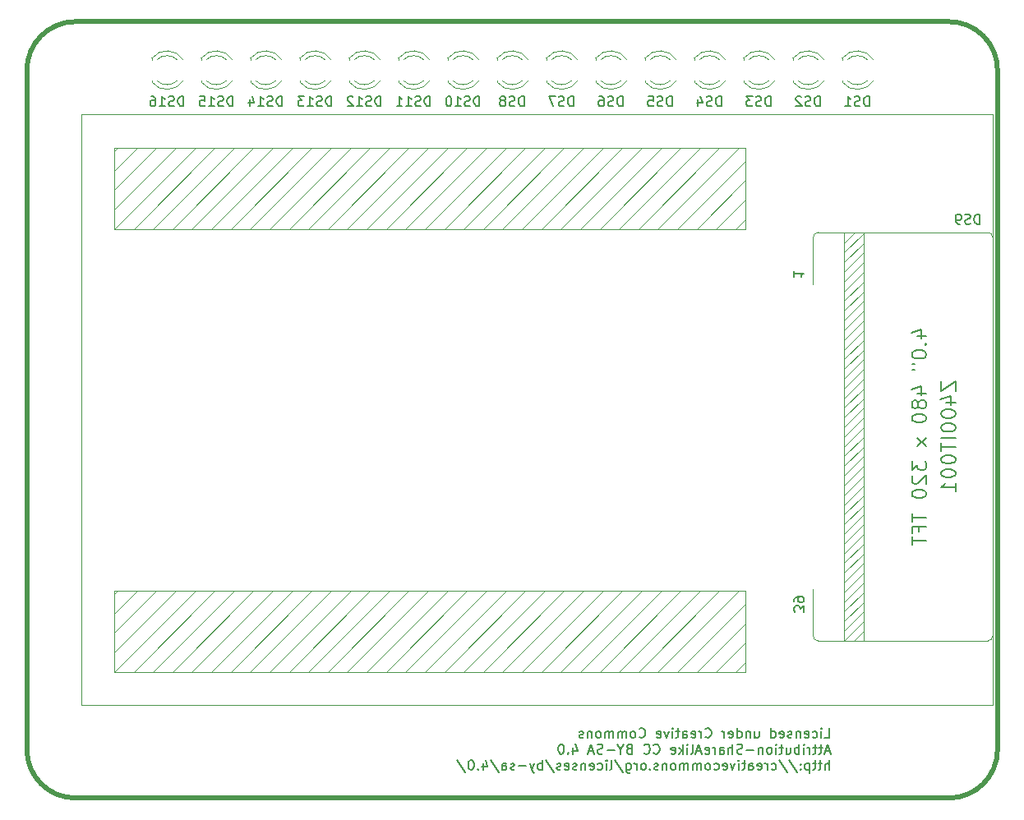
<source format=gbr>
G04 #@! TF.GenerationSoftware,KiCad,Pcbnew,(5.1.8)-1*
G04 #@! TF.CreationDate,2021-02-11T17:25:07-06:00*
G04 #@! TF.ProjectId,CANDash 2,43414e44-6173-4682-9032-2e6b69636164,2A*
G04 #@! TF.SameCoordinates,Original*
G04 #@! TF.FileFunction,Legend,Bot*
G04 #@! TF.FilePolarity,Positive*
%FSLAX46Y46*%
G04 Gerber Fmt 4.6, Leading zero omitted, Abs format (unit mm)*
G04 Created by KiCad (PCBNEW (5.1.8)-1) date 2021-02-11 17:25:07*
%MOMM*%
%LPD*%
G01*
G04 APERTURE LIST*
%ADD10C,0.150000*%
G04 #@! TA.AperFunction,Profile*
%ADD11C,0.508000*%
G04 #@! TD*
%ADD12C,0.120000*%
%ADD13C,0.152400*%
G04 APERTURE END LIST*
D10*
X182188214Y-138802380D02*
X182664404Y-138802380D01*
X182664404Y-137802380D01*
X181854880Y-138802380D02*
X181854880Y-138135714D01*
X181854880Y-137802380D02*
X181902500Y-137850000D01*
X181854880Y-137897619D01*
X181807261Y-137850000D01*
X181854880Y-137802380D01*
X181854880Y-137897619D01*
X180950119Y-138754761D02*
X181045357Y-138802380D01*
X181235833Y-138802380D01*
X181331071Y-138754761D01*
X181378690Y-138707142D01*
X181426309Y-138611904D01*
X181426309Y-138326190D01*
X181378690Y-138230952D01*
X181331071Y-138183333D01*
X181235833Y-138135714D01*
X181045357Y-138135714D01*
X180950119Y-138183333D01*
X180140595Y-138754761D02*
X180235833Y-138802380D01*
X180426309Y-138802380D01*
X180521547Y-138754761D01*
X180569166Y-138659523D01*
X180569166Y-138278571D01*
X180521547Y-138183333D01*
X180426309Y-138135714D01*
X180235833Y-138135714D01*
X180140595Y-138183333D01*
X180092976Y-138278571D01*
X180092976Y-138373809D01*
X180569166Y-138469047D01*
X179664404Y-138135714D02*
X179664404Y-138802380D01*
X179664404Y-138230952D02*
X179616785Y-138183333D01*
X179521547Y-138135714D01*
X179378690Y-138135714D01*
X179283452Y-138183333D01*
X179235833Y-138278571D01*
X179235833Y-138802380D01*
X178807261Y-138754761D02*
X178712023Y-138802380D01*
X178521547Y-138802380D01*
X178426309Y-138754761D01*
X178378690Y-138659523D01*
X178378690Y-138611904D01*
X178426309Y-138516666D01*
X178521547Y-138469047D01*
X178664404Y-138469047D01*
X178759642Y-138421428D01*
X178807261Y-138326190D01*
X178807261Y-138278571D01*
X178759642Y-138183333D01*
X178664404Y-138135714D01*
X178521547Y-138135714D01*
X178426309Y-138183333D01*
X177569166Y-138754761D02*
X177664404Y-138802380D01*
X177854880Y-138802380D01*
X177950119Y-138754761D01*
X177997738Y-138659523D01*
X177997738Y-138278571D01*
X177950119Y-138183333D01*
X177854880Y-138135714D01*
X177664404Y-138135714D01*
X177569166Y-138183333D01*
X177521547Y-138278571D01*
X177521547Y-138373809D01*
X177997738Y-138469047D01*
X176664404Y-138802380D02*
X176664404Y-137802380D01*
X176664404Y-138754761D02*
X176759642Y-138802380D01*
X176950119Y-138802380D01*
X177045357Y-138754761D01*
X177092976Y-138707142D01*
X177140595Y-138611904D01*
X177140595Y-138326190D01*
X177092976Y-138230952D01*
X177045357Y-138183333D01*
X176950119Y-138135714D01*
X176759642Y-138135714D01*
X176664404Y-138183333D01*
X174997738Y-138135714D02*
X174997738Y-138802380D01*
X175426309Y-138135714D02*
X175426309Y-138659523D01*
X175378690Y-138754761D01*
X175283452Y-138802380D01*
X175140595Y-138802380D01*
X175045357Y-138754761D01*
X174997738Y-138707142D01*
X174521547Y-138135714D02*
X174521547Y-138802380D01*
X174521547Y-138230952D02*
X174473928Y-138183333D01*
X174378690Y-138135714D01*
X174235833Y-138135714D01*
X174140595Y-138183333D01*
X174092976Y-138278571D01*
X174092976Y-138802380D01*
X173188214Y-138802380D02*
X173188214Y-137802380D01*
X173188214Y-138754761D02*
X173283452Y-138802380D01*
X173473928Y-138802380D01*
X173569166Y-138754761D01*
X173616785Y-138707142D01*
X173664404Y-138611904D01*
X173664404Y-138326190D01*
X173616785Y-138230952D01*
X173569166Y-138183333D01*
X173473928Y-138135714D01*
X173283452Y-138135714D01*
X173188214Y-138183333D01*
X172331071Y-138754761D02*
X172426309Y-138802380D01*
X172616785Y-138802380D01*
X172712023Y-138754761D01*
X172759642Y-138659523D01*
X172759642Y-138278571D01*
X172712023Y-138183333D01*
X172616785Y-138135714D01*
X172426309Y-138135714D01*
X172331071Y-138183333D01*
X172283452Y-138278571D01*
X172283452Y-138373809D01*
X172759642Y-138469047D01*
X171854880Y-138802380D02*
X171854880Y-138135714D01*
X171854880Y-138326190D02*
X171807261Y-138230952D01*
X171759642Y-138183333D01*
X171664404Y-138135714D01*
X171569166Y-138135714D01*
X169902500Y-138707142D02*
X169950119Y-138754761D01*
X170092976Y-138802380D01*
X170188214Y-138802380D01*
X170331071Y-138754761D01*
X170426309Y-138659523D01*
X170473928Y-138564285D01*
X170521547Y-138373809D01*
X170521547Y-138230952D01*
X170473928Y-138040476D01*
X170426309Y-137945238D01*
X170331071Y-137850000D01*
X170188214Y-137802380D01*
X170092976Y-137802380D01*
X169950119Y-137850000D01*
X169902500Y-137897619D01*
X169473928Y-138802380D02*
X169473928Y-138135714D01*
X169473928Y-138326190D02*
X169426309Y-138230952D01*
X169378690Y-138183333D01*
X169283452Y-138135714D01*
X169188214Y-138135714D01*
X168473928Y-138754761D02*
X168569166Y-138802380D01*
X168759642Y-138802380D01*
X168854880Y-138754761D01*
X168902500Y-138659523D01*
X168902500Y-138278571D01*
X168854880Y-138183333D01*
X168759642Y-138135714D01*
X168569166Y-138135714D01*
X168473928Y-138183333D01*
X168426309Y-138278571D01*
X168426309Y-138373809D01*
X168902500Y-138469047D01*
X167569166Y-138802380D02*
X167569166Y-138278571D01*
X167616785Y-138183333D01*
X167712023Y-138135714D01*
X167902500Y-138135714D01*
X167997738Y-138183333D01*
X167569166Y-138754761D02*
X167664404Y-138802380D01*
X167902500Y-138802380D01*
X167997738Y-138754761D01*
X168045357Y-138659523D01*
X168045357Y-138564285D01*
X167997738Y-138469047D01*
X167902500Y-138421428D01*
X167664404Y-138421428D01*
X167569166Y-138373809D01*
X167235833Y-138135714D02*
X166854880Y-138135714D01*
X167092976Y-137802380D02*
X167092976Y-138659523D01*
X167045357Y-138754761D01*
X166950119Y-138802380D01*
X166854880Y-138802380D01*
X166521547Y-138802380D02*
X166521547Y-138135714D01*
X166521547Y-137802380D02*
X166569166Y-137850000D01*
X166521547Y-137897619D01*
X166473928Y-137850000D01*
X166521547Y-137802380D01*
X166521547Y-137897619D01*
X166140595Y-138135714D02*
X165902500Y-138802380D01*
X165664404Y-138135714D01*
X164902500Y-138754761D02*
X164997738Y-138802380D01*
X165188214Y-138802380D01*
X165283452Y-138754761D01*
X165331071Y-138659523D01*
X165331071Y-138278571D01*
X165283452Y-138183333D01*
X165188214Y-138135714D01*
X164997738Y-138135714D01*
X164902500Y-138183333D01*
X164854880Y-138278571D01*
X164854880Y-138373809D01*
X165331071Y-138469047D01*
X163092976Y-138707142D02*
X163140595Y-138754761D01*
X163283452Y-138802380D01*
X163378690Y-138802380D01*
X163521547Y-138754761D01*
X163616785Y-138659523D01*
X163664404Y-138564285D01*
X163712023Y-138373809D01*
X163712023Y-138230952D01*
X163664404Y-138040476D01*
X163616785Y-137945238D01*
X163521547Y-137850000D01*
X163378690Y-137802380D01*
X163283452Y-137802380D01*
X163140595Y-137850000D01*
X163092976Y-137897619D01*
X162521547Y-138802380D02*
X162616785Y-138754761D01*
X162664404Y-138707142D01*
X162712023Y-138611904D01*
X162712023Y-138326190D01*
X162664404Y-138230952D01*
X162616785Y-138183333D01*
X162521547Y-138135714D01*
X162378690Y-138135714D01*
X162283452Y-138183333D01*
X162235833Y-138230952D01*
X162188214Y-138326190D01*
X162188214Y-138611904D01*
X162235833Y-138707142D01*
X162283452Y-138754761D01*
X162378690Y-138802380D01*
X162521547Y-138802380D01*
X161759642Y-138802380D02*
X161759642Y-138135714D01*
X161759642Y-138230952D02*
X161712023Y-138183333D01*
X161616785Y-138135714D01*
X161473928Y-138135714D01*
X161378690Y-138183333D01*
X161331071Y-138278571D01*
X161331071Y-138802380D01*
X161331071Y-138278571D02*
X161283452Y-138183333D01*
X161188214Y-138135714D01*
X161045357Y-138135714D01*
X160950119Y-138183333D01*
X160902500Y-138278571D01*
X160902500Y-138802380D01*
X160426309Y-138802380D02*
X160426309Y-138135714D01*
X160426309Y-138230952D02*
X160378690Y-138183333D01*
X160283452Y-138135714D01*
X160140595Y-138135714D01*
X160045357Y-138183333D01*
X159997738Y-138278571D01*
X159997738Y-138802380D01*
X159997738Y-138278571D02*
X159950119Y-138183333D01*
X159854880Y-138135714D01*
X159712023Y-138135714D01*
X159616785Y-138183333D01*
X159569166Y-138278571D01*
X159569166Y-138802380D01*
X158950119Y-138802380D02*
X159045357Y-138754761D01*
X159092976Y-138707142D01*
X159140595Y-138611904D01*
X159140595Y-138326190D01*
X159092976Y-138230952D01*
X159045357Y-138183333D01*
X158950119Y-138135714D01*
X158807261Y-138135714D01*
X158712023Y-138183333D01*
X158664404Y-138230952D01*
X158616785Y-138326190D01*
X158616785Y-138611904D01*
X158664404Y-138707142D01*
X158712023Y-138754761D01*
X158807261Y-138802380D01*
X158950119Y-138802380D01*
X158188214Y-138135714D02*
X158188214Y-138802380D01*
X158188214Y-138230952D02*
X158140595Y-138183333D01*
X158045357Y-138135714D01*
X157902500Y-138135714D01*
X157807261Y-138183333D01*
X157759642Y-138278571D01*
X157759642Y-138802380D01*
X157331071Y-138754761D02*
X157235833Y-138802380D01*
X157045357Y-138802380D01*
X156950119Y-138754761D01*
X156902500Y-138659523D01*
X156902500Y-138611904D01*
X156950119Y-138516666D01*
X157045357Y-138469047D01*
X157188214Y-138469047D01*
X157283452Y-138421428D01*
X157331071Y-138326190D01*
X157331071Y-138278571D01*
X157283452Y-138183333D01*
X157188214Y-138135714D01*
X157045357Y-138135714D01*
X156950119Y-138183333D01*
X182712023Y-140166666D02*
X182235833Y-140166666D01*
X182807261Y-140452380D02*
X182473928Y-139452380D01*
X182140595Y-140452380D01*
X181950119Y-139785714D02*
X181569166Y-139785714D01*
X181807261Y-139452380D02*
X181807261Y-140309523D01*
X181759642Y-140404761D01*
X181664404Y-140452380D01*
X181569166Y-140452380D01*
X181378690Y-139785714D02*
X180997738Y-139785714D01*
X181235833Y-139452380D02*
X181235833Y-140309523D01*
X181188214Y-140404761D01*
X181092976Y-140452380D01*
X180997738Y-140452380D01*
X180664404Y-140452380D02*
X180664404Y-139785714D01*
X180664404Y-139976190D02*
X180616785Y-139880952D01*
X180569166Y-139833333D01*
X180473928Y-139785714D01*
X180378690Y-139785714D01*
X180045357Y-140452380D02*
X180045357Y-139785714D01*
X180045357Y-139452380D02*
X180092976Y-139500000D01*
X180045357Y-139547619D01*
X179997738Y-139500000D01*
X180045357Y-139452380D01*
X180045357Y-139547619D01*
X179569166Y-140452380D02*
X179569166Y-139452380D01*
X179569166Y-139833333D02*
X179473928Y-139785714D01*
X179283452Y-139785714D01*
X179188214Y-139833333D01*
X179140595Y-139880952D01*
X179092976Y-139976190D01*
X179092976Y-140261904D01*
X179140595Y-140357142D01*
X179188214Y-140404761D01*
X179283452Y-140452380D01*
X179473928Y-140452380D01*
X179569166Y-140404761D01*
X178235833Y-139785714D02*
X178235833Y-140452380D01*
X178664404Y-139785714D02*
X178664404Y-140309523D01*
X178616785Y-140404761D01*
X178521547Y-140452380D01*
X178378690Y-140452380D01*
X178283452Y-140404761D01*
X178235833Y-140357142D01*
X177902500Y-139785714D02*
X177521547Y-139785714D01*
X177759642Y-139452380D02*
X177759642Y-140309523D01*
X177712023Y-140404761D01*
X177616785Y-140452380D01*
X177521547Y-140452380D01*
X177188214Y-140452380D02*
X177188214Y-139785714D01*
X177188214Y-139452380D02*
X177235833Y-139500000D01*
X177188214Y-139547619D01*
X177140595Y-139500000D01*
X177188214Y-139452380D01*
X177188214Y-139547619D01*
X176569166Y-140452380D02*
X176664404Y-140404761D01*
X176712023Y-140357142D01*
X176759642Y-140261904D01*
X176759642Y-139976190D01*
X176712023Y-139880952D01*
X176664404Y-139833333D01*
X176569166Y-139785714D01*
X176426309Y-139785714D01*
X176331071Y-139833333D01*
X176283452Y-139880952D01*
X176235833Y-139976190D01*
X176235833Y-140261904D01*
X176283452Y-140357142D01*
X176331071Y-140404761D01*
X176426309Y-140452380D01*
X176569166Y-140452380D01*
X175807261Y-139785714D02*
X175807261Y-140452380D01*
X175807261Y-139880952D02*
X175759642Y-139833333D01*
X175664404Y-139785714D01*
X175521547Y-139785714D01*
X175426309Y-139833333D01*
X175378690Y-139928571D01*
X175378690Y-140452380D01*
X174902500Y-140071428D02*
X174140595Y-140071428D01*
X173712023Y-140404761D02*
X173569166Y-140452380D01*
X173331071Y-140452380D01*
X173235833Y-140404761D01*
X173188214Y-140357142D01*
X173140595Y-140261904D01*
X173140595Y-140166666D01*
X173188214Y-140071428D01*
X173235833Y-140023809D01*
X173331071Y-139976190D01*
X173521547Y-139928571D01*
X173616785Y-139880952D01*
X173664404Y-139833333D01*
X173712023Y-139738095D01*
X173712023Y-139642857D01*
X173664404Y-139547619D01*
X173616785Y-139500000D01*
X173521547Y-139452380D01*
X173283452Y-139452380D01*
X173140595Y-139500000D01*
X172712023Y-140452380D02*
X172712023Y-139452380D01*
X172283452Y-140452380D02*
X172283452Y-139928571D01*
X172331071Y-139833333D01*
X172426309Y-139785714D01*
X172569166Y-139785714D01*
X172664404Y-139833333D01*
X172712023Y-139880952D01*
X171378690Y-140452380D02*
X171378690Y-139928571D01*
X171426309Y-139833333D01*
X171521547Y-139785714D01*
X171712023Y-139785714D01*
X171807261Y-139833333D01*
X171378690Y-140404761D02*
X171473928Y-140452380D01*
X171712023Y-140452380D01*
X171807261Y-140404761D01*
X171854880Y-140309523D01*
X171854880Y-140214285D01*
X171807261Y-140119047D01*
X171712023Y-140071428D01*
X171473928Y-140071428D01*
X171378690Y-140023809D01*
X170902500Y-140452380D02*
X170902500Y-139785714D01*
X170902500Y-139976190D02*
X170854880Y-139880952D01*
X170807261Y-139833333D01*
X170712023Y-139785714D01*
X170616785Y-139785714D01*
X169902500Y-140404761D02*
X169997738Y-140452380D01*
X170188214Y-140452380D01*
X170283452Y-140404761D01*
X170331071Y-140309523D01*
X170331071Y-139928571D01*
X170283452Y-139833333D01*
X170188214Y-139785714D01*
X169997738Y-139785714D01*
X169902500Y-139833333D01*
X169854880Y-139928571D01*
X169854880Y-140023809D01*
X170331071Y-140119047D01*
X169473928Y-140166666D02*
X168997738Y-140166666D01*
X169569166Y-140452380D02*
X169235833Y-139452380D01*
X168902500Y-140452380D01*
X168426309Y-140452380D02*
X168521547Y-140404761D01*
X168569166Y-140309523D01*
X168569166Y-139452380D01*
X168045357Y-140452380D02*
X168045357Y-139785714D01*
X168045357Y-139452380D02*
X168092976Y-139500000D01*
X168045357Y-139547619D01*
X167997738Y-139500000D01*
X168045357Y-139452380D01*
X168045357Y-139547619D01*
X167569166Y-140452380D02*
X167569166Y-139452380D01*
X167473928Y-140071428D02*
X167188214Y-140452380D01*
X167188214Y-139785714D02*
X167569166Y-140166666D01*
X166378690Y-140404761D02*
X166473928Y-140452380D01*
X166664404Y-140452380D01*
X166759642Y-140404761D01*
X166807261Y-140309523D01*
X166807261Y-139928571D01*
X166759642Y-139833333D01*
X166664404Y-139785714D01*
X166473928Y-139785714D01*
X166378690Y-139833333D01*
X166331071Y-139928571D01*
X166331071Y-140023809D01*
X166807261Y-140119047D01*
X164569166Y-140357142D02*
X164616785Y-140404761D01*
X164759642Y-140452380D01*
X164854880Y-140452380D01*
X164997738Y-140404761D01*
X165092976Y-140309523D01*
X165140595Y-140214285D01*
X165188214Y-140023809D01*
X165188214Y-139880952D01*
X165140595Y-139690476D01*
X165092976Y-139595238D01*
X164997738Y-139500000D01*
X164854880Y-139452380D01*
X164759642Y-139452380D01*
X164616785Y-139500000D01*
X164569166Y-139547619D01*
X163569166Y-140357142D02*
X163616785Y-140404761D01*
X163759642Y-140452380D01*
X163854880Y-140452380D01*
X163997738Y-140404761D01*
X164092976Y-140309523D01*
X164140595Y-140214285D01*
X164188214Y-140023809D01*
X164188214Y-139880952D01*
X164140595Y-139690476D01*
X164092976Y-139595238D01*
X163997738Y-139500000D01*
X163854880Y-139452380D01*
X163759642Y-139452380D01*
X163616785Y-139500000D01*
X163569166Y-139547619D01*
X162045357Y-139928571D02*
X161902500Y-139976190D01*
X161854880Y-140023809D01*
X161807261Y-140119047D01*
X161807261Y-140261904D01*
X161854880Y-140357142D01*
X161902500Y-140404761D01*
X161997738Y-140452380D01*
X162378690Y-140452380D01*
X162378690Y-139452380D01*
X162045357Y-139452380D01*
X161950119Y-139500000D01*
X161902500Y-139547619D01*
X161854880Y-139642857D01*
X161854880Y-139738095D01*
X161902500Y-139833333D01*
X161950119Y-139880952D01*
X162045357Y-139928571D01*
X162378690Y-139928571D01*
X161188214Y-139976190D02*
X161188214Y-140452380D01*
X161521547Y-139452380D02*
X161188214Y-139976190D01*
X160854880Y-139452380D01*
X160521547Y-140071428D02*
X159759642Y-140071428D01*
X159331071Y-140404761D02*
X159188214Y-140452380D01*
X158950119Y-140452380D01*
X158854880Y-140404761D01*
X158807261Y-140357142D01*
X158759642Y-140261904D01*
X158759642Y-140166666D01*
X158807261Y-140071428D01*
X158854880Y-140023809D01*
X158950119Y-139976190D01*
X159140595Y-139928571D01*
X159235833Y-139880952D01*
X159283452Y-139833333D01*
X159331071Y-139738095D01*
X159331071Y-139642857D01*
X159283452Y-139547619D01*
X159235833Y-139500000D01*
X159140595Y-139452380D01*
X158902500Y-139452380D01*
X158759642Y-139500000D01*
X158378690Y-140166666D02*
X157902500Y-140166666D01*
X158473928Y-140452380D02*
X158140595Y-139452380D01*
X157807261Y-140452380D01*
X156283452Y-139785714D02*
X156283452Y-140452380D01*
X156521547Y-139404761D02*
X156759642Y-140119047D01*
X156140595Y-140119047D01*
X155759642Y-140357142D02*
X155712023Y-140404761D01*
X155759642Y-140452380D01*
X155807261Y-140404761D01*
X155759642Y-140357142D01*
X155759642Y-140452380D01*
X155092976Y-139452380D02*
X154997738Y-139452380D01*
X154902500Y-139500000D01*
X154854880Y-139547619D01*
X154807261Y-139642857D01*
X154759642Y-139833333D01*
X154759642Y-140071428D01*
X154807261Y-140261904D01*
X154854880Y-140357142D01*
X154902500Y-140404761D01*
X154997738Y-140452380D01*
X155092976Y-140452380D01*
X155188214Y-140404761D01*
X155235833Y-140357142D01*
X155283452Y-140261904D01*
X155331071Y-140071428D01*
X155331071Y-139833333D01*
X155283452Y-139642857D01*
X155235833Y-139547619D01*
X155188214Y-139500000D01*
X155092976Y-139452380D01*
X182664404Y-142102380D02*
X182664404Y-141102380D01*
X182235833Y-142102380D02*
X182235833Y-141578571D01*
X182283452Y-141483333D01*
X182378690Y-141435714D01*
X182521547Y-141435714D01*
X182616785Y-141483333D01*
X182664404Y-141530952D01*
X181902500Y-141435714D02*
X181521547Y-141435714D01*
X181759642Y-141102380D02*
X181759642Y-141959523D01*
X181712023Y-142054761D01*
X181616785Y-142102380D01*
X181521547Y-142102380D01*
X181331071Y-141435714D02*
X180950119Y-141435714D01*
X181188214Y-141102380D02*
X181188214Y-141959523D01*
X181140595Y-142054761D01*
X181045357Y-142102380D01*
X180950119Y-142102380D01*
X180616785Y-141435714D02*
X180616785Y-142435714D01*
X180616785Y-141483333D02*
X180521547Y-141435714D01*
X180331071Y-141435714D01*
X180235833Y-141483333D01*
X180188214Y-141530952D01*
X180140595Y-141626190D01*
X180140595Y-141911904D01*
X180188214Y-142007142D01*
X180235833Y-142054761D01*
X180331071Y-142102380D01*
X180521547Y-142102380D01*
X180616785Y-142054761D01*
X179712023Y-142007142D02*
X179664404Y-142054761D01*
X179712023Y-142102380D01*
X179759642Y-142054761D01*
X179712023Y-142007142D01*
X179712023Y-142102380D01*
X179712023Y-141483333D02*
X179664404Y-141530952D01*
X179712023Y-141578571D01*
X179759642Y-141530952D01*
X179712023Y-141483333D01*
X179712023Y-141578571D01*
X178521547Y-141054761D02*
X179378690Y-142340476D01*
X177473928Y-141054761D02*
X178331071Y-142340476D01*
X176712023Y-142054761D02*
X176807261Y-142102380D01*
X176997738Y-142102380D01*
X177092976Y-142054761D01*
X177140595Y-142007142D01*
X177188214Y-141911904D01*
X177188214Y-141626190D01*
X177140595Y-141530952D01*
X177092976Y-141483333D01*
X176997738Y-141435714D01*
X176807261Y-141435714D01*
X176712023Y-141483333D01*
X176283452Y-142102380D02*
X176283452Y-141435714D01*
X176283452Y-141626190D02*
X176235833Y-141530952D01*
X176188214Y-141483333D01*
X176092976Y-141435714D01*
X175997738Y-141435714D01*
X175283452Y-142054761D02*
X175378690Y-142102380D01*
X175569166Y-142102380D01*
X175664404Y-142054761D01*
X175712023Y-141959523D01*
X175712023Y-141578571D01*
X175664404Y-141483333D01*
X175569166Y-141435714D01*
X175378690Y-141435714D01*
X175283452Y-141483333D01*
X175235833Y-141578571D01*
X175235833Y-141673809D01*
X175712023Y-141769047D01*
X174378690Y-142102380D02*
X174378690Y-141578571D01*
X174426309Y-141483333D01*
X174521547Y-141435714D01*
X174712023Y-141435714D01*
X174807261Y-141483333D01*
X174378690Y-142054761D02*
X174473928Y-142102380D01*
X174712023Y-142102380D01*
X174807261Y-142054761D01*
X174854880Y-141959523D01*
X174854880Y-141864285D01*
X174807261Y-141769047D01*
X174712023Y-141721428D01*
X174473928Y-141721428D01*
X174378690Y-141673809D01*
X174045357Y-141435714D02*
X173664404Y-141435714D01*
X173902500Y-141102380D02*
X173902500Y-141959523D01*
X173854880Y-142054761D01*
X173759642Y-142102380D01*
X173664404Y-142102380D01*
X173331071Y-142102380D02*
X173331071Y-141435714D01*
X173331071Y-141102380D02*
X173378690Y-141150000D01*
X173331071Y-141197619D01*
X173283452Y-141150000D01*
X173331071Y-141102380D01*
X173331071Y-141197619D01*
X172950119Y-141435714D02*
X172712023Y-142102380D01*
X172473928Y-141435714D01*
X171712023Y-142054761D02*
X171807261Y-142102380D01*
X171997738Y-142102380D01*
X172092976Y-142054761D01*
X172140595Y-141959523D01*
X172140595Y-141578571D01*
X172092976Y-141483333D01*
X171997738Y-141435714D01*
X171807261Y-141435714D01*
X171712023Y-141483333D01*
X171664404Y-141578571D01*
X171664404Y-141673809D01*
X172140595Y-141769047D01*
X170807261Y-142054761D02*
X170902500Y-142102380D01*
X171092976Y-142102380D01*
X171188214Y-142054761D01*
X171235833Y-142007142D01*
X171283452Y-141911904D01*
X171283452Y-141626190D01*
X171235833Y-141530952D01*
X171188214Y-141483333D01*
X171092976Y-141435714D01*
X170902500Y-141435714D01*
X170807261Y-141483333D01*
X170235833Y-142102380D02*
X170331071Y-142054761D01*
X170378690Y-142007142D01*
X170426309Y-141911904D01*
X170426309Y-141626190D01*
X170378690Y-141530952D01*
X170331071Y-141483333D01*
X170235833Y-141435714D01*
X170092976Y-141435714D01*
X169997738Y-141483333D01*
X169950119Y-141530952D01*
X169902500Y-141626190D01*
X169902500Y-141911904D01*
X169950119Y-142007142D01*
X169997738Y-142054761D01*
X170092976Y-142102380D01*
X170235833Y-142102380D01*
X169473928Y-142102380D02*
X169473928Y-141435714D01*
X169473928Y-141530952D02*
X169426309Y-141483333D01*
X169331071Y-141435714D01*
X169188214Y-141435714D01*
X169092976Y-141483333D01*
X169045357Y-141578571D01*
X169045357Y-142102380D01*
X169045357Y-141578571D02*
X168997738Y-141483333D01*
X168902500Y-141435714D01*
X168759642Y-141435714D01*
X168664404Y-141483333D01*
X168616785Y-141578571D01*
X168616785Y-142102380D01*
X168140595Y-142102380D02*
X168140595Y-141435714D01*
X168140595Y-141530952D02*
X168092976Y-141483333D01*
X167997738Y-141435714D01*
X167854880Y-141435714D01*
X167759642Y-141483333D01*
X167712023Y-141578571D01*
X167712023Y-142102380D01*
X167712023Y-141578571D02*
X167664404Y-141483333D01*
X167569166Y-141435714D01*
X167426309Y-141435714D01*
X167331071Y-141483333D01*
X167283452Y-141578571D01*
X167283452Y-142102380D01*
X166664404Y-142102380D02*
X166759642Y-142054761D01*
X166807261Y-142007142D01*
X166854880Y-141911904D01*
X166854880Y-141626190D01*
X166807261Y-141530952D01*
X166759642Y-141483333D01*
X166664404Y-141435714D01*
X166521547Y-141435714D01*
X166426309Y-141483333D01*
X166378690Y-141530952D01*
X166331071Y-141626190D01*
X166331071Y-141911904D01*
X166378690Y-142007142D01*
X166426309Y-142054761D01*
X166521547Y-142102380D01*
X166664404Y-142102380D01*
X165902500Y-141435714D02*
X165902500Y-142102380D01*
X165902500Y-141530952D02*
X165854880Y-141483333D01*
X165759642Y-141435714D01*
X165616785Y-141435714D01*
X165521547Y-141483333D01*
X165473928Y-141578571D01*
X165473928Y-142102380D01*
X165045357Y-142054761D02*
X164950119Y-142102380D01*
X164759642Y-142102380D01*
X164664404Y-142054761D01*
X164616785Y-141959523D01*
X164616785Y-141911904D01*
X164664404Y-141816666D01*
X164759642Y-141769047D01*
X164902500Y-141769047D01*
X164997738Y-141721428D01*
X165045357Y-141626190D01*
X165045357Y-141578571D01*
X164997738Y-141483333D01*
X164902500Y-141435714D01*
X164759642Y-141435714D01*
X164664404Y-141483333D01*
X164188214Y-142007142D02*
X164140595Y-142054761D01*
X164188214Y-142102380D01*
X164235833Y-142054761D01*
X164188214Y-142007142D01*
X164188214Y-142102380D01*
X163569166Y-142102380D02*
X163664404Y-142054761D01*
X163712023Y-142007142D01*
X163759642Y-141911904D01*
X163759642Y-141626190D01*
X163712023Y-141530952D01*
X163664404Y-141483333D01*
X163569166Y-141435714D01*
X163426309Y-141435714D01*
X163331071Y-141483333D01*
X163283452Y-141530952D01*
X163235833Y-141626190D01*
X163235833Y-141911904D01*
X163283452Y-142007142D01*
X163331071Y-142054761D01*
X163426309Y-142102380D01*
X163569166Y-142102380D01*
X162807261Y-142102380D02*
X162807261Y-141435714D01*
X162807261Y-141626190D02*
X162759642Y-141530952D01*
X162712023Y-141483333D01*
X162616785Y-141435714D01*
X162521547Y-141435714D01*
X161759642Y-141435714D02*
X161759642Y-142245238D01*
X161807261Y-142340476D01*
X161854880Y-142388095D01*
X161950119Y-142435714D01*
X162092976Y-142435714D01*
X162188214Y-142388095D01*
X161759642Y-142054761D02*
X161854880Y-142102380D01*
X162045357Y-142102380D01*
X162140595Y-142054761D01*
X162188214Y-142007142D01*
X162235833Y-141911904D01*
X162235833Y-141626190D01*
X162188214Y-141530952D01*
X162140595Y-141483333D01*
X162045357Y-141435714D01*
X161854880Y-141435714D01*
X161759642Y-141483333D01*
X160569166Y-141054761D02*
X161426309Y-142340476D01*
X160092976Y-142102380D02*
X160188214Y-142054761D01*
X160235833Y-141959523D01*
X160235833Y-141102380D01*
X159712023Y-142102380D02*
X159712023Y-141435714D01*
X159712023Y-141102380D02*
X159759642Y-141150000D01*
X159712023Y-141197619D01*
X159664404Y-141150000D01*
X159712023Y-141102380D01*
X159712023Y-141197619D01*
X158807261Y-142054761D02*
X158902500Y-142102380D01*
X159092976Y-142102380D01*
X159188214Y-142054761D01*
X159235833Y-142007142D01*
X159283452Y-141911904D01*
X159283452Y-141626190D01*
X159235833Y-141530952D01*
X159188214Y-141483333D01*
X159092976Y-141435714D01*
X158902500Y-141435714D01*
X158807261Y-141483333D01*
X157997738Y-142054761D02*
X158092976Y-142102380D01*
X158283452Y-142102380D01*
X158378690Y-142054761D01*
X158426309Y-141959523D01*
X158426309Y-141578571D01*
X158378690Y-141483333D01*
X158283452Y-141435714D01*
X158092976Y-141435714D01*
X157997738Y-141483333D01*
X157950119Y-141578571D01*
X157950119Y-141673809D01*
X158426309Y-141769047D01*
X157521547Y-141435714D02*
X157521547Y-142102380D01*
X157521547Y-141530952D02*
X157473928Y-141483333D01*
X157378690Y-141435714D01*
X157235833Y-141435714D01*
X157140595Y-141483333D01*
X157092976Y-141578571D01*
X157092976Y-142102380D01*
X156664404Y-142054761D02*
X156569166Y-142102380D01*
X156378690Y-142102380D01*
X156283452Y-142054761D01*
X156235833Y-141959523D01*
X156235833Y-141911904D01*
X156283452Y-141816666D01*
X156378690Y-141769047D01*
X156521547Y-141769047D01*
X156616785Y-141721428D01*
X156664404Y-141626190D01*
X156664404Y-141578571D01*
X156616785Y-141483333D01*
X156521547Y-141435714D01*
X156378690Y-141435714D01*
X156283452Y-141483333D01*
X155426309Y-142054761D02*
X155521547Y-142102380D01*
X155712023Y-142102380D01*
X155807261Y-142054761D01*
X155854880Y-141959523D01*
X155854880Y-141578571D01*
X155807261Y-141483333D01*
X155712023Y-141435714D01*
X155521547Y-141435714D01*
X155426309Y-141483333D01*
X155378690Y-141578571D01*
X155378690Y-141673809D01*
X155854880Y-141769047D01*
X154997738Y-142054761D02*
X154902500Y-142102380D01*
X154712023Y-142102380D01*
X154616785Y-142054761D01*
X154569166Y-141959523D01*
X154569166Y-141911904D01*
X154616785Y-141816666D01*
X154712023Y-141769047D01*
X154854880Y-141769047D01*
X154950119Y-141721428D01*
X154997738Y-141626190D01*
X154997738Y-141578571D01*
X154950119Y-141483333D01*
X154854880Y-141435714D01*
X154712023Y-141435714D01*
X154616785Y-141483333D01*
X153426309Y-141054761D02*
X154283452Y-142340476D01*
X153092976Y-142102380D02*
X153092976Y-141102380D01*
X153092976Y-141483333D02*
X152997738Y-141435714D01*
X152807261Y-141435714D01*
X152712023Y-141483333D01*
X152664404Y-141530952D01*
X152616785Y-141626190D01*
X152616785Y-141911904D01*
X152664404Y-142007142D01*
X152712023Y-142054761D01*
X152807261Y-142102380D01*
X152997738Y-142102380D01*
X153092976Y-142054761D01*
X152283452Y-141435714D02*
X152045357Y-142102380D01*
X151807261Y-141435714D02*
X152045357Y-142102380D01*
X152140595Y-142340476D01*
X152188214Y-142388095D01*
X152283452Y-142435714D01*
X151426309Y-141721428D02*
X150664404Y-141721428D01*
X150235833Y-142054761D02*
X150140595Y-142102380D01*
X149950119Y-142102380D01*
X149854880Y-142054761D01*
X149807261Y-141959523D01*
X149807261Y-141911904D01*
X149854880Y-141816666D01*
X149950119Y-141769047D01*
X150092976Y-141769047D01*
X150188214Y-141721428D01*
X150235833Y-141626190D01*
X150235833Y-141578571D01*
X150188214Y-141483333D01*
X150092976Y-141435714D01*
X149950119Y-141435714D01*
X149854880Y-141483333D01*
X148950119Y-142102380D02*
X148950119Y-141578571D01*
X148997738Y-141483333D01*
X149092976Y-141435714D01*
X149283452Y-141435714D01*
X149378690Y-141483333D01*
X148950119Y-142054761D02*
X149045357Y-142102380D01*
X149283452Y-142102380D01*
X149378690Y-142054761D01*
X149426309Y-141959523D01*
X149426309Y-141864285D01*
X149378690Y-141769047D01*
X149283452Y-141721428D01*
X149045357Y-141721428D01*
X148950119Y-141673809D01*
X147759642Y-141054761D02*
X148616785Y-142340476D01*
X146997738Y-141435714D02*
X146997738Y-142102380D01*
X147235833Y-141054761D02*
X147473928Y-141769047D01*
X146854880Y-141769047D01*
X146473928Y-142007142D02*
X146426309Y-142054761D01*
X146473928Y-142102380D01*
X146521547Y-142054761D01*
X146473928Y-142007142D01*
X146473928Y-142102380D01*
X145807261Y-141102380D02*
X145712023Y-141102380D01*
X145616785Y-141150000D01*
X145569166Y-141197619D01*
X145521547Y-141292857D01*
X145473928Y-141483333D01*
X145473928Y-141721428D01*
X145521547Y-141911904D01*
X145569166Y-142007142D01*
X145616785Y-142054761D01*
X145712023Y-142102380D01*
X145807261Y-142102380D01*
X145902500Y-142054761D01*
X145950119Y-142007142D01*
X145997738Y-141911904D01*
X146045357Y-141721428D01*
X146045357Y-141483333D01*
X145997738Y-141292857D01*
X145950119Y-141197619D01*
X145902500Y-141150000D01*
X145807261Y-141102380D01*
X144331071Y-141054761D02*
X145188214Y-142340476D01*
D11*
X105000000Y-65000000D02*
X195000000Y-65000000D01*
X200000000Y-70000000D02*
X200000000Y-140000000D01*
X200000000Y-70000000D02*
G75*
G03*
X195000000Y-65000000I-5000000J0D01*
G01*
X100000000Y-70000000D02*
X100000000Y-140000000D01*
X105000000Y-65000000D02*
G75*
G03*
X100000000Y-70000000I0J-5000000D01*
G01*
X195000000Y-145000000D02*
X105000000Y-145000000D01*
X195000000Y-145000000D02*
G75*
G03*
X200000000Y-140000000I0J5000000D01*
G01*
X100000000Y-140000000D02*
G75*
G03*
X105000000Y-145000000I5000000J0D01*
G01*
D12*
X111350000Y-78000000D02*
X109000000Y-80350000D01*
X113350000Y-78000000D02*
X109000000Y-82350000D01*
X115350000Y-78000000D02*
X109000000Y-84350000D01*
X117350000Y-78000000D02*
X109000000Y-86350000D01*
X133350000Y-78000000D02*
X125000000Y-86350000D01*
X137350000Y-78000000D02*
X129000000Y-86350000D01*
X135350000Y-78000000D02*
X127000000Y-86350000D01*
X143350000Y-78000000D02*
X135000000Y-86350000D01*
X139350000Y-78000000D02*
X131000000Y-86350000D01*
X141350000Y-78000000D02*
X133000000Y-86350000D01*
X149350000Y-78000000D02*
X141000000Y-86350000D01*
X145350000Y-78000000D02*
X137000000Y-86350000D01*
X147350000Y-78000000D02*
X139000000Y-86350000D01*
X119350000Y-78000000D02*
X111000000Y-86350000D01*
X125350000Y-78000000D02*
X117000000Y-86350000D01*
X121350000Y-78000000D02*
X113000000Y-86350000D01*
X123350000Y-78000000D02*
X115000000Y-86350000D01*
X129350000Y-78000000D02*
X121000000Y-86350000D01*
X127350000Y-78000000D02*
X119000000Y-86350000D01*
X131350000Y-78000000D02*
X123000000Y-86350000D01*
X161350000Y-78000000D02*
X153000000Y-86350000D01*
X159350000Y-78000000D02*
X151000000Y-86350000D01*
X157350000Y-78000000D02*
X149000000Y-86350000D01*
X165350000Y-78000000D02*
X157000000Y-86350000D01*
X167350000Y-78000000D02*
X159000000Y-86350000D01*
X163350000Y-78000000D02*
X155000000Y-86350000D01*
X169350000Y-78000000D02*
X161000000Y-86350000D01*
X174000000Y-79350000D02*
X167000000Y-86350000D01*
X174000000Y-83350000D02*
X171000000Y-86350000D01*
X173350000Y-78000000D02*
X165000000Y-86350000D01*
X174000000Y-85350000D02*
X173000000Y-86350000D01*
X174000000Y-81350000D02*
X169000000Y-86350000D01*
X171350000Y-78000000D02*
X163000000Y-86350000D01*
X155350000Y-78000000D02*
X147000000Y-86350000D01*
X151350000Y-78000000D02*
X143000000Y-86350000D01*
X109350000Y-78000000D02*
X109000000Y-78350000D01*
X153350000Y-78000000D02*
X145000000Y-86350000D01*
X109350000Y-123650000D02*
X109000000Y-124000000D01*
X111350000Y-123650000D02*
X109000000Y-126000000D01*
X113350000Y-123650000D02*
X109000000Y-128000000D01*
X115350000Y-123650000D02*
X109000000Y-130000000D01*
X117350000Y-123650000D02*
X109000000Y-132000000D01*
X119350000Y-123650000D02*
X111000000Y-132000000D01*
X121350000Y-123650000D02*
X113000000Y-132000000D01*
X125350000Y-123650000D02*
X117000000Y-132000000D01*
X123350000Y-123650000D02*
X115000000Y-132000000D01*
X127350000Y-123650000D02*
X119000000Y-132000000D01*
X131350000Y-123650000D02*
X123000000Y-132000000D01*
X129350000Y-123650000D02*
X121000000Y-132000000D01*
X133350000Y-123650000D02*
X125000000Y-132000000D01*
X137350000Y-123650000D02*
X129000000Y-132000000D01*
X135350000Y-123650000D02*
X127000000Y-132000000D01*
X139350000Y-123650000D02*
X131000000Y-132000000D01*
X143350000Y-123650000D02*
X135000000Y-132000000D01*
X141350000Y-123650000D02*
X133000000Y-132000000D01*
X145350000Y-123650000D02*
X137000000Y-132000000D01*
X149350000Y-123650000D02*
X141000000Y-132000000D01*
X147350000Y-123650000D02*
X139000000Y-132000000D01*
X151350000Y-123650000D02*
X143000000Y-132000000D01*
X155350000Y-123650000D02*
X147000000Y-132000000D01*
X153350000Y-123650000D02*
X145000000Y-132000000D01*
X157350000Y-123650000D02*
X149000000Y-132000000D01*
X161350000Y-123650000D02*
X153000000Y-132000000D01*
X159350000Y-123650000D02*
X151000000Y-132000000D01*
X163350000Y-123650000D02*
X155000000Y-132000000D01*
X167350000Y-123650000D02*
X159000000Y-132000000D01*
X165350000Y-123650000D02*
X157000000Y-132000000D01*
X169350000Y-123650000D02*
X161000000Y-132000000D01*
X171350000Y-123650000D02*
X163000000Y-132000000D01*
X185260000Y-86750000D02*
X184210000Y-87800000D01*
X186210000Y-86800000D02*
X184210000Y-88800000D01*
X186210000Y-87800000D02*
X184210000Y-89800000D01*
X186210000Y-88800000D02*
X184210000Y-90800000D01*
X186210000Y-89800000D02*
X184210000Y-91800000D01*
X186210000Y-90800000D02*
X184210000Y-92800000D01*
X186210000Y-91800000D02*
X184210000Y-93800000D01*
X186210000Y-92800000D02*
X184210000Y-94800000D01*
X186210000Y-93800000D02*
X184210000Y-95800000D01*
X186210000Y-94800000D02*
X184210000Y-96800000D01*
X186210000Y-95800000D02*
X184210000Y-97800000D01*
X186210000Y-96800000D02*
X184210000Y-98800000D01*
X186210000Y-97800000D02*
X184210000Y-99800000D01*
X186210000Y-98800000D02*
X184210000Y-100800000D01*
X186210000Y-99800000D02*
X184210000Y-101800000D01*
X186210000Y-100800000D02*
X184210000Y-102800000D01*
X186210000Y-101800000D02*
X184210000Y-103800000D01*
X186210000Y-102800000D02*
X184210000Y-104800000D01*
X186210000Y-103800000D02*
X184210000Y-105800000D01*
X186210000Y-104800000D02*
X184210000Y-106800000D01*
X186210000Y-105800000D02*
X184210000Y-107800000D01*
X186210000Y-106800000D02*
X184210000Y-108800000D01*
X186210000Y-107800000D02*
X184210000Y-109800000D01*
X186210000Y-108800000D02*
X184210000Y-110800000D01*
X186210000Y-109800000D02*
X184210000Y-111800000D01*
X186210000Y-110800000D02*
X184210000Y-112800000D01*
X186210000Y-111800000D02*
X184210000Y-113800000D01*
X186210000Y-112800000D02*
X184210000Y-114800000D01*
X186210000Y-113800000D02*
X184210000Y-115800000D01*
X186210000Y-114800000D02*
X184210000Y-116800000D01*
X186210000Y-115800000D02*
X184210000Y-117800000D01*
X186210000Y-116800000D02*
X184210000Y-118800000D01*
X186210000Y-117800000D02*
X184210000Y-119800000D01*
X186210000Y-118800000D02*
X184210000Y-120800000D01*
X186210000Y-119800000D02*
X184210000Y-121800000D01*
X186210000Y-120800000D02*
X184210000Y-122800000D01*
X186210000Y-127800000D02*
X185210000Y-128800000D01*
X186210000Y-121800000D02*
X184210000Y-123800000D01*
X186210000Y-123800000D02*
X184210000Y-125800000D01*
X186210000Y-124800000D02*
X184210000Y-126800000D01*
X186210000Y-122800000D02*
X184210000Y-124800000D01*
X186210000Y-125800000D02*
X184210000Y-127800000D01*
X186210000Y-126800000D02*
X184210000Y-128800000D01*
X199500000Y-74560000D02*
X105640000Y-74560000D01*
X199500000Y-135440000D02*
X105640000Y-135440000D01*
X199500000Y-74560000D02*
X199500000Y-135440000D01*
X105640000Y-74560000D02*
X105640000Y-135440000D01*
X199000000Y-86720000D02*
X181510000Y-86720000D01*
X181010000Y-87220000D02*
X181010000Y-92060000D01*
X199000000Y-128800000D02*
X181510000Y-128800000D01*
X181010000Y-128300000D02*
X181010000Y-123460000D01*
X184210000Y-86720000D02*
X184210000Y-128800000D01*
X186210000Y-86720000D02*
X186210000Y-128800000D01*
X174000000Y-78000000D02*
X109000000Y-78000000D01*
X109000000Y-86350000D02*
X174000000Y-86350000D01*
X109000000Y-78000000D02*
X109000000Y-86350000D01*
X174000000Y-86350000D02*
X174000000Y-78000000D01*
X109000000Y-132000000D02*
X174000000Y-132000000D01*
X174000000Y-123650000D02*
X109000000Y-123650000D01*
X109000000Y-123650000D02*
X109000000Y-132000000D01*
X174000000Y-132000000D02*
X174000000Y-123650000D01*
X174000000Y-131000000D02*
X173000000Y-132000000D01*
X174000000Y-129000000D02*
X171000000Y-132000000D01*
X174000000Y-127000000D02*
X169000000Y-132000000D01*
X174000000Y-125000000D02*
X167000000Y-132000000D01*
X173350000Y-123650000D02*
X165000000Y-132000000D01*
X181510000Y-128800000D02*
G75*
G02*
X181010000Y-128300000I0J500000D01*
G01*
X181010000Y-87220000D02*
G75*
G02*
X181510000Y-86720000I500000J0D01*
G01*
X199500000Y-128300000D02*
G75*
G02*
X199000000Y-128800000I-500000J0D01*
G01*
X199000000Y-86720000D02*
G75*
G02*
X199500000Y-87220000I0J-500000D01*
G01*
X112880000Y-71236000D02*
X112880000Y-71080000D01*
X112880000Y-68920000D02*
X112880000Y-68764000D01*
X116112335Y-71078608D02*
G75*
G02*
X112880000Y-71235516I-1672335J1078608D01*
G01*
X116112335Y-68921392D02*
G75*
G03*
X112880000Y-68764484I-1672335J-1078608D01*
G01*
X115481130Y-71079837D02*
G75*
G02*
X113399039Y-71080000I-1041130J1079837D01*
G01*
X115481130Y-68920163D02*
G75*
G03*
X113399039Y-68920000I-1041130J-1079837D01*
G01*
X117960000Y-71236000D02*
X117960000Y-71080000D01*
X117960000Y-68920000D02*
X117960000Y-68764000D01*
X121192335Y-71078608D02*
G75*
G02*
X117960000Y-71235516I-1672335J1078608D01*
G01*
X121192335Y-68921392D02*
G75*
G03*
X117960000Y-68764484I-1672335J-1078608D01*
G01*
X120561130Y-71079837D02*
G75*
G02*
X118479039Y-71080000I-1041130J1079837D01*
G01*
X120561130Y-68920163D02*
G75*
G03*
X118479039Y-68920000I-1041130J-1079837D01*
G01*
X123040000Y-71236000D02*
X123040000Y-71080000D01*
X123040000Y-68920000D02*
X123040000Y-68764000D01*
X126272335Y-71078608D02*
G75*
G02*
X123040000Y-71235516I-1672335J1078608D01*
G01*
X126272335Y-68921392D02*
G75*
G03*
X123040000Y-68764484I-1672335J-1078608D01*
G01*
X125641130Y-71079837D02*
G75*
G02*
X123559039Y-71080000I-1041130J1079837D01*
G01*
X125641130Y-68920163D02*
G75*
G03*
X123559039Y-68920000I-1041130J-1079837D01*
G01*
X128120000Y-71236000D02*
X128120000Y-71080000D01*
X128120000Y-68920000D02*
X128120000Y-68764000D01*
X131352335Y-71078608D02*
G75*
G02*
X128120000Y-71235516I-1672335J1078608D01*
G01*
X131352335Y-68921392D02*
G75*
G03*
X128120000Y-68764484I-1672335J-1078608D01*
G01*
X130721130Y-71079837D02*
G75*
G02*
X128639039Y-71080000I-1041130J1079837D01*
G01*
X130721130Y-68920163D02*
G75*
G03*
X128639039Y-68920000I-1041130J-1079837D01*
G01*
X133200000Y-71236000D02*
X133200000Y-71080000D01*
X133200000Y-68920000D02*
X133200000Y-68764000D01*
X136432335Y-71078608D02*
G75*
G02*
X133200000Y-71235516I-1672335J1078608D01*
G01*
X136432335Y-68921392D02*
G75*
G03*
X133200000Y-68764484I-1672335J-1078608D01*
G01*
X135801130Y-71079837D02*
G75*
G02*
X133719039Y-71080000I-1041130J1079837D01*
G01*
X135801130Y-68920163D02*
G75*
G03*
X133719039Y-68920000I-1041130J-1079837D01*
G01*
X138280000Y-71236000D02*
X138280000Y-71080000D01*
X138280000Y-68920000D02*
X138280000Y-68764000D01*
X141512335Y-71078608D02*
G75*
G02*
X138280000Y-71235516I-1672335J1078608D01*
G01*
X141512335Y-68921392D02*
G75*
G03*
X138280000Y-68764484I-1672335J-1078608D01*
G01*
X140881130Y-71079837D02*
G75*
G02*
X138799039Y-71080000I-1041130J1079837D01*
G01*
X140881130Y-68920163D02*
G75*
G03*
X138799039Y-68920000I-1041130J-1079837D01*
G01*
X143360000Y-71236000D02*
X143360000Y-71080000D01*
X143360000Y-68920000D02*
X143360000Y-68764000D01*
X146592335Y-71078608D02*
G75*
G02*
X143360000Y-71235516I-1672335J1078608D01*
G01*
X146592335Y-68921392D02*
G75*
G03*
X143360000Y-68764484I-1672335J-1078608D01*
G01*
X145961130Y-71079837D02*
G75*
G02*
X143879039Y-71080000I-1041130J1079837D01*
G01*
X145961130Y-68920163D02*
G75*
G03*
X143879039Y-68920000I-1041130J-1079837D01*
G01*
X148440000Y-71236000D02*
X148440000Y-71080000D01*
X148440000Y-68920000D02*
X148440000Y-68764000D01*
X151672335Y-71078608D02*
G75*
G02*
X148440000Y-71235516I-1672335J1078608D01*
G01*
X151672335Y-68921392D02*
G75*
G03*
X148440000Y-68764484I-1672335J-1078608D01*
G01*
X151041130Y-71079837D02*
G75*
G02*
X148959039Y-71080000I-1041130J1079837D01*
G01*
X151041130Y-68920163D02*
G75*
G03*
X148959039Y-68920000I-1041130J-1079837D01*
G01*
X153520000Y-71236000D02*
X153520000Y-71080000D01*
X153520000Y-68920000D02*
X153520000Y-68764000D01*
X156752335Y-71078608D02*
G75*
G02*
X153520000Y-71235516I-1672335J1078608D01*
G01*
X156752335Y-68921392D02*
G75*
G03*
X153520000Y-68764484I-1672335J-1078608D01*
G01*
X156121130Y-71079837D02*
G75*
G02*
X154039039Y-71080000I-1041130J1079837D01*
G01*
X156121130Y-68920163D02*
G75*
G03*
X154039039Y-68920000I-1041130J-1079837D01*
G01*
X158600000Y-71236000D02*
X158600000Y-71080000D01*
X158600000Y-68920000D02*
X158600000Y-68764000D01*
X161832335Y-71078608D02*
G75*
G02*
X158600000Y-71235516I-1672335J1078608D01*
G01*
X161832335Y-68921392D02*
G75*
G03*
X158600000Y-68764484I-1672335J-1078608D01*
G01*
X161201130Y-71079837D02*
G75*
G02*
X159119039Y-71080000I-1041130J1079837D01*
G01*
X161201130Y-68920163D02*
G75*
G03*
X159119039Y-68920000I-1041130J-1079837D01*
G01*
X163680000Y-71236000D02*
X163680000Y-71080000D01*
X163680000Y-68920000D02*
X163680000Y-68764000D01*
X166912335Y-71078608D02*
G75*
G02*
X163680000Y-71235516I-1672335J1078608D01*
G01*
X166912335Y-68921392D02*
G75*
G03*
X163680000Y-68764484I-1672335J-1078608D01*
G01*
X166281130Y-71079837D02*
G75*
G02*
X164199039Y-71080000I-1041130J1079837D01*
G01*
X166281130Y-68920163D02*
G75*
G03*
X164199039Y-68920000I-1041130J-1079837D01*
G01*
X168760000Y-71236000D02*
X168760000Y-71080000D01*
X168760000Y-68920000D02*
X168760000Y-68764000D01*
X171992335Y-71078608D02*
G75*
G02*
X168760000Y-71235516I-1672335J1078608D01*
G01*
X171992335Y-68921392D02*
G75*
G03*
X168760000Y-68764484I-1672335J-1078608D01*
G01*
X171361130Y-71079837D02*
G75*
G02*
X169279039Y-71080000I-1041130J1079837D01*
G01*
X171361130Y-68920163D02*
G75*
G03*
X169279039Y-68920000I-1041130J-1079837D01*
G01*
X173840000Y-71236000D02*
X173840000Y-71080000D01*
X173840000Y-68920000D02*
X173840000Y-68764000D01*
X177072335Y-71078608D02*
G75*
G02*
X173840000Y-71235516I-1672335J1078608D01*
G01*
X177072335Y-68921392D02*
G75*
G03*
X173840000Y-68764484I-1672335J-1078608D01*
G01*
X176441130Y-71079837D02*
G75*
G02*
X174359039Y-71080000I-1041130J1079837D01*
G01*
X176441130Y-68920163D02*
G75*
G03*
X174359039Y-68920000I-1041130J-1079837D01*
G01*
X178920000Y-71236000D02*
X178920000Y-71080000D01*
X178920000Y-68920000D02*
X178920000Y-68764000D01*
X182152335Y-71078608D02*
G75*
G02*
X178920000Y-71235516I-1672335J1078608D01*
G01*
X182152335Y-68921392D02*
G75*
G03*
X178920000Y-68764484I-1672335J-1078608D01*
G01*
X181521130Y-71079837D02*
G75*
G02*
X179439039Y-71080000I-1041130J1079837D01*
G01*
X181521130Y-68920163D02*
G75*
G03*
X179439039Y-68920000I-1041130J-1079837D01*
G01*
X184000000Y-71236000D02*
X184000000Y-71080000D01*
X184000000Y-68920000D02*
X184000000Y-68764000D01*
X187232335Y-71078608D02*
G75*
G02*
X184000000Y-71235516I-1672335J1078608D01*
G01*
X187232335Y-68921392D02*
G75*
G03*
X184000000Y-68764484I-1672335J-1078608D01*
G01*
X186601130Y-71079837D02*
G75*
G02*
X184519039Y-71080000I-1041130J1079837D01*
G01*
X186601130Y-68920163D02*
G75*
G03*
X184519039Y-68920000I-1041130J-1079837D01*
G01*
D10*
X198164404Y-85852380D02*
X198164404Y-84852380D01*
X197926309Y-84852380D01*
X197783452Y-84900000D01*
X197688214Y-84995238D01*
X197640595Y-85090476D01*
X197592976Y-85280952D01*
X197592976Y-85423809D01*
X197640595Y-85614285D01*
X197688214Y-85709523D01*
X197783452Y-85804761D01*
X197926309Y-85852380D01*
X198164404Y-85852380D01*
X197212023Y-85804761D02*
X197069166Y-85852380D01*
X196831071Y-85852380D01*
X196735833Y-85804761D01*
X196688214Y-85757142D01*
X196640595Y-85661904D01*
X196640595Y-85566666D01*
X196688214Y-85471428D01*
X196735833Y-85423809D01*
X196831071Y-85376190D01*
X197021547Y-85328571D01*
X197116785Y-85280952D01*
X197164404Y-85233333D01*
X197212023Y-85138095D01*
X197212023Y-85042857D01*
X197164404Y-84947619D01*
X197116785Y-84900000D01*
X197021547Y-84852380D01*
X196783452Y-84852380D01*
X196640595Y-84900000D01*
X196164404Y-85852380D02*
X195973928Y-85852380D01*
X195878690Y-85804761D01*
X195831071Y-85757142D01*
X195735833Y-85614285D01*
X195688214Y-85423809D01*
X195688214Y-85042857D01*
X195735833Y-84947619D01*
X195783452Y-84900000D01*
X195878690Y-84852380D01*
X196069166Y-84852380D01*
X196164404Y-84900000D01*
X196212023Y-84947619D01*
X196259642Y-85042857D01*
X196259642Y-85280952D01*
X196212023Y-85376190D01*
X196164404Y-85423809D01*
X196069166Y-85471428D01*
X195878690Y-85471428D01*
X195783452Y-85423809D01*
X195735833Y-85376190D01*
X195688214Y-85280952D01*
D13*
X180047619Y-125820964D02*
X180047619Y-125201917D01*
X179666666Y-125535250D01*
X179666666Y-125392393D01*
X179619047Y-125297155D01*
X179571428Y-125249536D01*
X179476190Y-125201917D01*
X179238095Y-125201917D01*
X179142857Y-125249536D01*
X179095238Y-125297155D01*
X179047619Y-125392393D01*
X179047619Y-125678107D01*
X179095238Y-125773345D01*
X179142857Y-125820964D01*
X179047619Y-124725726D02*
X179047619Y-124535250D01*
X179095238Y-124440012D01*
X179142857Y-124392393D01*
X179285714Y-124297155D01*
X179476190Y-124249536D01*
X179857142Y-124249536D01*
X179952380Y-124297155D01*
X180000000Y-124344774D01*
X180047619Y-124440012D01*
X180047619Y-124630488D01*
X180000000Y-124725726D01*
X179952380Y-124773345D01*
X179857142Y-124820964D01*
X179619047Y-124820964D01*
X179523809Y-124773345D01*
X179476190Y-124725726D01*
X179428571Y-124630488D01*
X179428571Y-124440012D01*
X179476190Y-124344774D01*
X179523809Y-124297155D01*
X179619047Y-124249536D01*
X179047619Y-90699035D02*
X179047619Y-91270463D01*
X179047619Y-90984749D02*
X180047619Y-90984749D01*
X179904761Y-91079987D01*
X179809523Y-91175225D01*
X179761904Y-91270463D01*
X194178571Y-102045714D02*
X194178571Y-103045714D01*
X195678571Y-102045714D01*
X195678571Y-103045714D01*
X194678571Y-104260000D02*
X195678571Y-104260000D01*
X194107142Y-103902857D02*
X195178571Y-103545714D01*
X195178571Y-104474285D01*
X194178571Y-105331428D02*
X194178571Y-105474285D01*
X194250000Y-105617142D01*
X194321428Y-105688571D01*
X194464285Y-105760000D01*
X194750000Y-105831428D01*
X195107142Y-105831428D01*
X195392857Y-105760000D01*
X195535714Y-105688571D01*
X195607142Y-105617142D01*
X195678571Y-105474285D01*
X195678571Y-105331428D01*
X195607142Y-105188571D01*
X195535714Y-105117142D01*
X195392857Y-105045714D01*
X195107142Y-104974285D01*
X194750000Y-104974285D01*
X194464285Y-105045714D01*
X194321428Y-105117142D01*
X194250000Y-105188571D01*
X194178571Y-105331428D01*
X194178571Y-106760000D02*
X194178571Y-106902857D01*
X194250000Y-107045714D01*
X194321428Y-107117142D01*
X194464285Y-107188571D01*
X194750000Y-107260000D01*
X195107142Y-107260000D01*
X195392857Y-107188571D01*
X195535714Y-107117142D01*
X195607142Y-107045714D01*
X195678571Y-106902857D01*
X195678571Y-106760000D01*
X195607142Y-106617142D01*
X195535714Y-106545714D01*
X195392857Y-106474285D01*
X195107142Y-106402857D01*
X194750000Y-106402857D01*
X194464285Y-106474285D01*
X194321428Y-106545714D01*
X194250000Y-106617142D01*
X194178571Y-106760000D01*
X195678571Y-107902857D02*
X194178571Y-107902857D01*
X194178571Y-108402857D02*
X194178571Y-109260000D01*
X195678571Y-108831428D02*
X194178571Y-108831428D01*
X194178571Y-110045714D02*
X194178571Y-110188571D01*
X194250000Y-110331428D01*
X194321428Y-110402857D01*
X194464285Y-110474285D01*
X194750000Y-110545714D01*
X195107142Y-110545714D01*
X195392857Y-110474285D01*
X195535714Y-110402857D01*
X195607142Y-110331428D01*
X195678571Y-110188571D01*
X195678571Y-110045714D01*
X195607142Y-109902857D01*
X195535714Y-109831428D01*
X195392857Y-109760000D01*
X195107142Y-109688571D01*
X194750000Y-109688571D01*
X194464285Y-109760000D01*
X194321428Y-109831428D01*
X194250000Y-109902857D01*
X194178571Y-110045714D01*
X194178571Y-111474285D02*
X194178571Y-111617142D01*
X194250000Y-111760000D01*
X194321428Y-111831428D01*
X194464285Y-111902857D01*
X194750000Y-111974285D01*
X195107142Y-111974285D01*
X195392857Y-111902857D01*
X195535714Y-111831428D01*
X195607142Y-111760000D01*
X195678571Y-111617142D01*
X195678571Y-111474285D01*
X195607142Y-111331428D01*
X195535714Y-111260000D01*
X195392857Y-111188571D01*
X195107142Y-111117142D01*
X194750000Y-111117142D01*
X194464285Y-111188571D01*
X194321428Y-111260000D01*
X194250000Y-111331428D01*
X194178571Y-111474285D01*
X195678571Y-113402857D02*
X195678571Y-112545714D01*
X195678571Y-112974285D02*
X194178571Y-112974285D01*
X194392857Y-112831428D01*
X194535714Y-112688571D01*
X194607142Y-112545714D01*
X191678571Y-97438571D02*
X192678571Y-97438571D01*
X191107142Y-97081428D02*
X192178571Y-96724285D01*
X192178571Y-97652857D01*
X192535714Y-98224285D02*
X192607142Y-98295714D01*
X192678571Y-98224285D01*
X192607142Y-98152857D01*
X192535714Y-98224285D01*
X192678571Y-98224285D01*
X191178571Y-99224285D02*
X191178571Y-99367142D01*
X191250000Y-99510000D01*
X191321428Y-99581428D01*
X191464285Y-99652857D01*
X191750000Y-99724285D01*
X192107142Y-99724285D01*
X192392857Y-99652857D01*
X192535714Y-99581428D01*
X192607142Y-99510000D01*
X192678571Y-99367142D01*
X192678571Y-99224285D01*
X192607142Y-99081428D01*
X192535714Y-99010000D01*
X192392857Y-98938571D01*
X192107142Y-98867142D01*
X191750000Y-98867142D01*
X191464285Y-98938571D01*
X191321428Y-99010000D01*
X191250000Y-99081428D01*
X191178571Y-99224285D01*
X191178571Y-100295714D02*
X191464285Y-100295714D01*
X191178571Y-100867142D02*
X191464285Y-100867142D01*
X191678571Y-103295714D02*
X192678571Y-103295714D01*
X191107142Y-102938571D02*
X192178571Y-102581428D01*
X192178571Y-103510000D01*
X191821428Y-104295714D02*
X191750000Y-104152857D01*
X191678571Y-104081428D01*
X191535714Y-104010000D01*
X191464285Y-104010000D01*
X191321428Y-104081428D01*
X191250000Y-104152857D01*
X191178571Y-104295714D01*
X191178571Y-104581428D01*
X191250000Y-104724285D01*
X191321428Y-104795714D01*
X191464285Y-104867142D01*
X191535714Y-104867142D01*
X191678571Y-104795714D01*
X191750000Y-104724285D01*
X191821428Y-104581428D01*
X191821428Y-104295714D01*
X191892857Y-104152857D01*
X191964285Y-104081428D01*
X192107142Y-104010000D01*
X192392857Y-104010000D01*
X192535714Y-104081428D01*
X192607142Y-104152857D01*
X192678571Y-104295714D01*
X192678571Y-104581428D01*
X192607142Y-104724285D01*
X192535714Y-104795714D01*
X192392857Y-104867142D01*
X192107142Y-104867142D01*
X191964285Y-104795714D01*
X191892857Y-104724285D01*
X191821428Y-104581428D01*
X191178571Y-105795714D02*
X191178571Y-105938571D01*
X191250000Y-106081428D01*
X191321428Y-106152857D01*
X191464285Y-106224285D01*
X191750000Y-106295714D01*
X192107142Y-106295714D01*
X192392857Y-106224285D01*
X192535714Y-106152857D01*
X192607142Y-106081428D01*
X192678571Y-105938571D01*
X192678571Y-105795714D01*
X192607142Y-105652857D01*
X192535714Y-105581428D01*
X192392857Y-105510000D01*
X192107142Y-105438571D01*
X191750000Y-105438571D01*
X191464285Y-105510000D01*
X191321428Y-105581428D01*
X191250000Y-105652857D01*
X191178571Y-105795714D01*
X192678571Y-107938571D02*
X191678571Y-108724285D01*
X191678571Y-107938571D02*
X192678571Y-108724285D01*
X191178571Y-110295714D02*
X191178571Y-111224285D01*
X191750000Y-110724285D01*
X191750000Y-110938571D01*
X191821428Y-111081428D01*
X191892857Y-111152857D01*
X192035714Y-111224285D01*
X192392857Y-111224285D01*
X192535714Y-111152857D01*
X192607142Y-111081428D01*
X192678571Y-110938571D01*
X192678571Y-110510000D01*
X192607142Y-110367142D01*
X192535714Y-110295714D01*
X191321428Y-111795714D02*
X191250000Y-111867142D01*
X191178571Y-112010000D01*
X191178571Y-112367142D01*
X191250000Y-112510000D01*
X191321428Y-112581428D01*
X191464285Y-112652857D01*
X191607142Y-112652857D01*
X191821428Y-112581428D01*
X192678571Y-111724285D01*
X192678571Y-112652857D01*
X191178571Y-113581428D02*
X191178571Y-113724285D01*
X191250000Y-113867142D01*
X191321428Y-113938571D01*
X191464285Y-114010000D01*
X191750000Y-114081428D01*
X192107142Y-114081428D01*
X192392857Y-114010000D01*
X192535714Y-113938571D01*
X192607142Y-113867142D01*
X192678571Y-113724285D01*
X192678571Y-113581428D01*
X192607142Y-113438571D01*
X192535714Y-113367142D01*
X192392857Y-113295714D01*
X192107142Y-113224285D01*
X191750000Y-113224285D01*
X191464285Y-113295714D01*
X191321428Y-113367142D01*
X191250000Y-113438571D01*
X191178571Y-113581428D01*
X191178571Y-115652857D02*
X191178571Y-116510000D01*
X192678571Y-116081428D02*
X191178571Y-116081428D01*
X191892857Y-117510000D02*
X191892857Y-117010000D01*
X192678571Y-117010000D02*
X191178571Y-117010000D01*
X191178571Y-117724285D01*
X191178571Y-118081428D02*
X191178571Y-118938571D01*
X192678571Y-118510000D02*
X191178571Y-118510000D01*
D10*
X116130476Y-73702380D02*
X116130476Y-72702380D01*
X115892380Y-72702380D01*
X115749523Y-72750000D01*
X115654285Y-72845238D01*
X115606666Y-72940476D01*
X115559047Y-73130952D01*
X115559047Y-73273809D01*
X115606666Y-73464285D01*
X115654285Y-73559523D01*
X115749523Y-73654761D01*
X115892380Y-73702380D01*
X116130476Y-73702380D01*
X115178095Y-73654761D02*
X115035238Y-73702380D01*
X114797142Y-73702380D01*
X114701904Y-73654761D01*
X114654285Y-73607142D01*
X114606666Y-73511904D01*
X114606666Y-73416666D01*
X114654285Y-73321428D01*
X114701904Y-73273809D01*
X114797142Y-73226190D01*
X114987619Y-73178571D01*
X115082857Y-73130952D01*
X115130476Y-73083333D01*
X115178095Y-72988095D01*
X115178095Y-72892857D01*
X115130476Y-72797619D01*
X115082857Y-72750000D01*
X114987619Y-72702380D01*
X114749523Y-72702380D01*
X114606666Y-72750000D01*
X113654285Y-73702380D02*
X114225714Y-73702380D01*
X113940000Y-73702380D02*
X113940000Y-72702380D01*
X114035238Y-72845238D01*
X114130476Y-72940476D01*
X114225714Y-72988095D01*
X112797142Y-72702380D02*
X112987619Y-72702380D01*
X113082857Y-72750000D01*
X113130476Y-72797619D01*
X113225714Y-72940476D01*
X113273333Y-73130952D01*
X113273333Y-73511904D01*
X113225714Y-73607142D01*
X113178095Y-73654761D01*
X113082857Y-73702380D01*
X112892380Y-73702380D01*
X112797142Y-73654761D01*
X112749523Y-73607142D01*
X112701904Y-73511904D01*
X112701904Y-73273809D01*
X112749523Y-73178571D01*
X112797142Y-73130952D01*
X112892380Y-73083333D01*
X113082857Y-73083333D01*
X113178095Y-73130952D01*
X113225714Y-73178571D01*
X113273333Y-73273809D01*
X121210476Y-73702380D02*
X121210476Y-72702380D01*
X120972380Y-72702380D01*
X120829523Y-72750000D01*
X120734285Y-72845238D01*
X120686666Y-72940476D01*
X120639047Y-73130952D01*
X120639047Y-73273809D01*
X120686666Y-73464285D01*
X120734285Y-73559523D01*
X120829523Y-73654761D01*
X120972380Y-73702380D01*
X121210476Y-73702380D01*
X120258095Y-73654761D02*
X120115238Y-73702380D01*
X119877142Y-73702380D01*
X119781904Y-73654761D01*
X119734285Y-73607142D01*
X119686666Y-73511904D01*
X119686666Y-73416666D01*
X119734285Y-73321428D01*
X119781904Y-73273809D01*
X119877142Y-73226190D01*
X120067619Y-73178571D01*
X120162857Y-73130952D01*
X120210476Y-73083333D01*
X120258095Y-72988095D01*
X120258095Y-72892857D01*
X120210476Y-72797619D01*
X120162857Y-72750000D01*
X120067619Y-72702380D01*
X119829523Y-72702380D01*
X119686666Y-72750000D01*
X118734285Y-73702380D02*
X119305714Y-73702380D01*
X119020000Y-73702380D02*
X119020000Y-72702380D01*
X119115238Y-72845238D01*
X119210476Y-72940476D01*
X119305714Y-72988095D01*
X117829523Y-72702380D02*
X118305714Y-72702380D01*
X118353333Y-73178571D01*
X118305714Y-73130952D01*
X118210476Y-73083333D01*
X117972380Y-73083333D01*
X117877142Y-73130952D01*
X117829523Y-73178571D01*
X117781904Y-73273809D01*
X117781904Y-73511904D01*
X117829523Y-73607142D01*
X117877142Y-73654761D01*
X117972380Y-73702380D01*
X118210476Y-73702380D01*
X118305714Y-73654761D01*
X118353333Y-73607142D01*
X126290476Y-73702380D02*
X126290476Y-72702380D01*
X126052380Y-72702380D01*
X125909523Y-72750000D01*
X125814285Y-72845238D01*
X125766666Y-72940476D01*
X125719047Y-73130952D01*
X125719047Y-73273809D01*
X125766666Y-73464285D01*
X125814285Y-73559523D01*
X125909523Y-73654761D01*
X126052380Y-73702380D01*
X126290476Y-73702380D01*
X125338095Y-73654761D02*
X125195238Y-73702380D01*
X124957142Y-73702380D01*
X124861904Y-73654761D01*
X124814285Y-73607142D01*
X124766666Y-73511904D01*
X124766666Y-73416666D01*
X124814285Y-73321428D01*
X124861904Y-73273809D01*
X124957142Y-73226190D01*
X125147619Y-73178571D01*
X125242857Y-73130952D01*
X125290476Y-73083333D01*
X125338095Y-72988095D01*
X125338095Y-72892857D01*
X125290476Y-72797619D01*
X125242857Y-72750000D01*
X125147619Y-72702380D01*
X124909523Y-72702380D01*
X124766666Y-72750000D01*
X123814285Y-73702380D02*
X124385714Y-73702380D01*
X124100000Y-73702380D02*
X124100000Y-72702380D01*
X124195238Y-72845238D01*
X124290476Y-72940476D01*
X124385714Y-72988095D01*
X122957142Y-73035714D02*
X122957142Y-73702380D01*
X123195238Y-72654761D02*
X123433333Y-73369047D01*
X122814285Y-73369047D01*
X131370476Y-73702380D02*
X131370476Y-72702380D01*
X131132380Y-72702380D01*
X130989523Y-72750000D01*
X130894285Y-72845238D01*
X130846666Y-72940476D01*
X130799047Y-73130952D01*
X130799047Y-73273809D01*
X130846666Y-73464285D01*
X130894285Y-73559523D01*
X130989523Y-73654761D01*
X131132380Y-73702380D01*
X131370476Y-73702380D01*
X130418095Y-73654761D02*
X130275238Y-73702380D01*
X130037142Y-73702380D01*
X129941904Y-73654761D01*
X129894285Y-73607142D01*
X129846666Y-73511904D01*
X129846666Y-73416666D01*
X129894285Y-73321428D01*
X129941904Y-73273809D01*
X130037142Y-73226190D01*
X130227619Y-73178571D01*
X130322857Y-73130952D01*
X130370476Y-73083333D01*
X130418095Y-72988095D01*
X130418095Y-72892857D01*
X130370476Y-72797619D01*
X130322857Y-72750000D01*
X130227619Y-72702380D01*
X129989523Y-72702380D01*
X129846666Y-72750000D01*
X128894285Y-73702380D02*
X129465714Y-73702380D01*
X129180000Y-73702380D02*
X129180000Y-72702380D01*
X129275238Y-72845238D01*
X129370476Y-72940476D01*
X129465714Y-72988095D01*
X128560952Y-72702380D02*
X127941904Y-72702380D01*
X128275238Y-73083333D01*
X128132380Y-73083333D01*
X128037142Y-73130952D01*
X127989523Y-73178571D01*
X127941904Y-73273809D01*
X127941904Y-73511904D01*
X127989523Y-73607142D01*
X128037142Y-73654761D01*
X128132380Y-73702380D01*
X128418095Y-73702380D01*
X128513333Y-73654761D01*
X128560952Y-73607142D01*
X136450476Y-73702380D02*
X136450476Y-72702380D01*
X136212380Y-72702380D01*
X136069523Y-72750000D01*
X135974285Y-72845238D01*
X135926666Y-72940476D01*
X135879047Y-73130952D01*
X135879047Y-73273809D01*
X135926666Y-73464285D01*
X135974285Y-73559523D01*
X136069523Y-73654761D01*
X136212380Y-73702380D01*
X136450476Y-73702380D01*
X135498095Y-73654761D02*
X135355238Y-73702380D01*
X135117142Y-73702380D01*
X135021904Y-73654761D01*
X134974285Y-73607142D01*
X134926666Y-73511904D01*
X134926666Y-73416666D01*
X134974285Y-73321428D01*
X135021904Y-73273809D01*
X135117142Y-73226190D01*
X135307619Y-73178571D01*
X135402857Y-73130952D01*
X135450476Y-73083333D01*
X135498095Y-72988095D01*
X135498095Y-72892857D01*
X135450476Y-72797619D01*
X135402857Y-72750000D01*
X135307619Y-72702380D01*
X135069523Y-72702380D01*
X134926666Y-72750000D01*
X133974285Y-73702380D02*
X134545714Y-73702380D01*
X134260000Y-73702380D02*
X134260000Y-72702380D01*
X134355238Y-72845238D01*
X134450476Y-72940476D01*
X134545714Y-72988095D01*
X133593333Y-72797619D02*
X133545714Y-72750000D01*
X133450476Y-72702380D01*
X133212380Y-72702380D01*
X133117142Y-72750000D01*
X133069523Y-72797619D01*
X133021904Y-72892857D01*
X133021904Y-72988095D01*
X133069523Y-73130952D01*
X133640952Y-73702380D01*
X133021904Y-73702380D01*
X141530476Y-73702380D02*
X141530476Y-72702380D01*
X141292380Y-72702380D01*
X141149523Y-72750000D01*
X141054285Y-72845238D01*
X141006666Y-72940476D01*
X140959047Y-73130952D01*
X140959047Y-73273809D01*
X141006666Y-73464285D01*
X141054285Y-73559523D01*
X141149523Y-73654761D01*
X141292380Y-73702380D01*
X141530476Y-73702380D01*
X140578095Y-73654761D02*
X140435238Y-73702380D01*
X140197142Y-73702380D01*
X140101904Y-73654761D01*
X140054285Y-73607142D01*
X140006666Y-73511904D01*
X140006666Y-73416666D01*
X140054285Y-73321428D01*
X140101904Y-73273809D01*
X140197142Y-73226190D01*
X140387619Y-73178571D01*
X140482857Y-73130952D01*
X140530476Y-73083333D01*
X140578095Y-72988095D01*
X140578095Y-72892857D01*
X140530476Y-72797619D01*
X140482857Y-72750000D01*
X140387619Y-72702380D01*
X140149523Y-72702380D01*
X140006666Y-72750000D01*
X139054285Y-73702380D02*
X139625714Y-73702380D01*
X139340000Y-73702380D02*
X139340000Y-72702380D01*
X139435238Y-72845238D01*
X139530476Y-72940476D01*
X139625714Y-72988095D01*
X138101904Y-73702380D02*
X138673333Y-73702380D01*
X138387619Y-73702380D02*
X138387619Y-72702380D01*
X138482857Y-72845238D01*
X138578095Y-72940476D01*
X138673333Y-72988095D01*
X146610476Y-73702380D02*
X146610476Y-72702380D01*
X146372380Y-72702380D01*
X146229523Y-72750000D01*
X146134285Y-72845238D01*
X146086666Y-72940476D01*
X146039047Y-73130952D01*
X146039047Y-73273809D01*
X146086666Y-73464285D01*
X146134285Y-73559523D01*
X146229523Y-73654761D01*
X146372380Y-73702380D01*
X146610476Y-73702380D01*
X145658095Y-73654761D02*
X145515238Y-73702380D01*
X145277142Y-73702380D01*
X145181904Y-73654761D01*
X145134285Y-73607142D01*
X145086666Y-73511904D01*
X145086666Y-73416666D01*
X145134285Y-73321428D01*
X145181904Y-73273809D01*
X145277142Y-73226190D01*
X145467619Y-73178571D01*
X145562857Y-73130952D01*
X145610476Y-73083333D01*
X145658095Y-72988095D01*
X145658095Y-72892857D01*
X145610476Y-72797619D01*
X145562857Y-72750000D01*
X145467619Y-72702380D01*
X145229523Y-72702380D01*
X145086666Y-72750000D01*
X144134285Y-73702380D02*
X144705714Y-73702380D01*
X144420000Y-73702380D02*
X144420000Y-72702380D01*
X144515238Y-72845238D01*
X144610476Y-72940476D01*
X144705714Y-72988095D01*
X143515238Y-72702380D02*
X143420000Y-72702380D01*
X143324761Y-72750000D01*
X143277142Y-72797619D01*
X143229523Y-72892857D01*
X143181904Y-73083333D01*
X143181904Y-73321428D01*
X143229523Y-73511904D01*
X143277142Y-73607142D01*
X143324761Y-73654761D01*
X143420000Y-73702380D01*
X143515238Y-73702380D01*
X143610476Y-73654761D01*
X143658095Y-73607142D01*
X143705714Y-73511904D01*
X143753333Y-73321428D01*
X143753333Y-73083333D01*
X143705714Y-72892857D01*
X143658095Y-72797619D01*
X143610476Y-72750000D01*
X143515238Y-72702380D01*
X151214285Y-73702380D02*
X151214285Y-72702380D01*
X150976190Y-72702380D01*
X150833333Y-72750000D01*
X150738095Y-72845238D01*
X150690476Y-72940476D01*
X150642857Y-73130952D01*
X150642857Y-73273809D01*
X150690476Y-73464285D01*
X150738095Y-73559523D01*
X150833333Y-73654761D01*
X150976190Y-73702380D01*
X151214285Y-73702380D01*
X150261904Y-73654761D02*
X150119047Y-73702380D01*
X149880952Y-73702380D01*
X149785714Y-73654761D01*
X149738095Y-73607142D01*
X149690476Y-73511904D01*
X149690476Y-73416666D01*
X149738095Y-73321428D01*
X149785714Y-73273809D01*
X149880952Y-73226190D01*
X150071428Y-73178571D01*
X150166666Y-73130952D01*
X150214285Y-73083333D01*
X150261904Y-72988095D01*
X150261904Y-72892857D01*
X150214285Y-72797619D01*
X150166666Y-72750000D01*
X150071428Y-72702380D01*
X149833333Y-72702380D01*
X149690476Y-72750000D01*
X149119047Y-73130952D02*
X149214285Y-73083333D01*
X149261904Y-73035714D01*
X149309523Y-72940476D01*
X149309523Y-72892857D01*
X149261904Y-72797619D01*
X149214285Y-72750000D01*
X149119047Y-72702380D01*
X148928571Y-72702380D01*
X148833333Y-72750000D01*
X148785714Y-72797619D01*
X148738095Y-72892857D01*
X148738095Y-72940476D01*
X148785714Y-73035714D01*
X148833333Y-73083333D01*
X148928571Y-73130952D01*
X149119047Y-73130952D01*
X149214285Y-73178571D01*
X149261904Y-73226190D01*
X149309523Y-73321428D01*
X149309523Y-73511904D01*
X149261904Y-73607142D01*
X149214285Y-73654761D01*
X149119047Y-73702380D01*
X148928571Y-73702380D01*
X148833333Y-73654761D01*
X148785714Y-73607142D01*
X148738095Y-73511904D01*
X148738095Y-73321428D01*
X148785714Y-73226190D01*
X148833333Y-73178571D01*
X148928571Y-73130952D01*
X156294285Y-73702380D02*
X156294285Y-72702380D01*
X156056190Y-72702380D01*
X155913333Y-72750000D01*
X155818095Y-72845238D01*
X155770476Y-72940476D01*
X155722857Y-73130952D01*
X155722857Y-73273809D01*
X155770476Y-73464285D01*
X155818095Y-73559523D01*
X155913333Y-73654761D01*
X156056190Y-73702380D01*
X156294285Y-73702380D01*
X155341904Y-73654761D02*
X155199047Y-73702380D01*
X154960952Y-73702380D01*
X154865714Y-73654761D01*
X154818095Y-73607142D01*
X154770476Y-73511904D01*
X154770476Y-73416666D01*
X154818095Y-73321428D01*
X154865714Y-73273809D01*
X154960952Y-73226190D01*
X155151428Y-73178571D01*
X155246666Y-73130952D01*
X155294285Y-73083333D01*
X155341904Y-72988095D01*
X155341904Y-72892857D01*
X155294285Y-72797619D01*
X155246666Y-72750000D01*
X155151428Y-72702380D01*
X154913333Y-72702380D01*
X154770476Y-72750000D01*
X154437142Y-72702380D02*
X153770476Y-72702380D01*
X154199047Y-73702380D01*
X161374285Y-73702380D02*
X161374285Y-72702380D01*
X161136190Y-72702380D01*
X160993333Y-72750000D01*
X160898095Y-72845238D01*
X160850476Y-72940476D01*
X160802857Y-73130952D01*
X160802857Y-73273809D01*
X160850476Y-73464285D01*
X160898095Y-73559523D01*
X160993333Y-73654761D01*
X161136190Y-73702380D01*
X161374285Y-73702380D01*
X160421904Y-73654761D02*
X160279047Y-73702380D01*
X160040952Y-73702380D01*
X159945714Y-73654761D01*
X159898095Y-73607142D01*
X159850476Y-73511904D01*
X159850476Y-73416666D01*
X159898095Y-73321428D01*
X159945714Y-73273809D01*
X160040952Y-73226190D01*
X160231428Y-73178571D01*
X160326666Y-73130952D01*
X160374285Y-73083333D01*
X160421904Y-72988095D01*
X160421904Y-72892857D01*
X160374285Y-72797619D01*
X160326666Y-72750000D01*
X160231428Y-72702380D01*
X159993333Y-72702380D01*
X159850476Y-72750000D01*
X158993333Y-72702380D02*
X159183809Y-72702380D01*
X159279047Y-72750000D01*
X159326666Y-72797619D01*
X159421904Y-72940476D01*
X159469523Y-73130952D01*
X159469523Y-73511904D01*
X159421904Y-73607142D01*
X159374285Y-73654761D01*
X159279047Y-73702380D01*
X159088571Y-73702380D01*
X158993333Y-73654761D01*
X158945714Y-73607142D01*
X158898095Y-73511904D01*
X158898095Y-73273809D01*
X158945714Y-73178571D01*
X158993333Y-73130952D01*
X159088571Y-73083333D01*
X159279047Y-73083333D01*
X159374285Y-73130952D01*
X159421904Y-73178571D01*
X159469523Y-73273809D01*
X166454285Y-73702380D02*
X166454285Y-72702380D01*
X166216190Y-72702380D01*
X166073333Y-72750000D01*
X165978095Y-72845238D01*
X165930476Y-72940476D01*
X165882857Y-73130952D01*
X165882857Y-73273809D01*
X165930476Y-73464285D01*
X165978095Y-73559523D01*
X166073333Y-73654761D01*
X166216190Y-73702380D01*
X166454285Y-73702380D01*
X165501904Y-73654761D02*
X165359047Y-73702380D01*
X165120952Y-73702380D01*
X165025714Y-73654761D01*
X164978095Y-73607142D01*
X164930476Y-73511904D01*
X164930476Y-73416666D01*
X164978095Y-73321428D01*
X165025714Y-73273809D01*
X165120952Y-73226190D01*
X165311428Y-73178571D01*
X165406666Y-73130952D01*
X165454285Y-73083333D01*
X165501904Y-72988095D01*
X165501904Y-72892857D01*
X165454285Y-72797619D01*
X165406666Y-72750000D01*
X165311428Y-72702380D01*
X165073333Y-72702380D01*
X164930476Y-72750000D01*
X164025714Y-72702380D02*
X164501904Y-72702380D01*
X164549523Y-73178571D01*
X164501904Y-73130952D01*
X164406666Y-73083333D01*
X164168571Y-73083333D01*
X164073333Y-73130952D01*
X164025714Y-73178571D01*
X163978095Y-73273809D01*
X163978095Y-73511904D01*
X164025714Y-73607142D01*
X164073333Y-73654761D01*
X164168571Y-73702380D01*
X164406666Y-73702380D01*
X164501904Y-73654761D01*
X164549523Y-73607142D01*
X171534285Y-73702380D02*
X171534285Y-72702380D01*
X171296190Y-72702380D01*
X171153333Y-72750000D01*
X171058095Y-72845238D01*
X171010476Y-72940476D01*
X170962857Y-73130952D01*
X170962857Y-73273809D01*
X171010476Y-73464285D01*
X171058095Y-73559523D01*
X171153333Y-73654761D01*
X171296190Y-73702380D01*
X171534285Y-73702380D01*
X170581904Y-73654761D02*
X170439047Y-73702380D01*
X170200952Y-73702380D01*
X170105714Y-73654761D01*
X170058095Y-73607142D01*
X170010476Y-73511904D01*
X170010476Y-73416666D01*
X170058095Y-73321428D01*
X170105714Y-73273809D01*
X170200952Y-73226190D01*
X170391428Y-73178571D01*
X170486666Y-73130952D01*
X170534285Y-73083333D01*
X170581904Y-72988095D01*
X170581904Y-72892857D01*
X170534285Y-72797619D01*
X170486666Y-72750000D01*
X170391428Y-72702380D01*
X170153333Y-72702380D01*
X170010476Y-72750000D01*
X169153333Y-73035714D02*
X169153333Y-73702380D01*
X169391428Y-72654761D02*
X169629523Y-73369047D01*
X169010476Y-73369047D01*
X176614285Y-73702380D02*
X176614285Y-72702380D01*
X176376190Y-72702380D01*
X176233333Y-72750000D01*
X176138095Y-72845238D01*
X176090476Y-72940476D01*
X176042857Y-73130952D01*
X176042857Y-73273809D01*
X176090476Y-73464285D01*
X176138095Y-73559523D01*
X176233333Y-73654761D01*
X176376190Y-73702380D01*
X176614285Y-73702380D01*
X175661904Y-73654761D02*
X175519047Y-73702380D01*
X175280952Y-73702380D01*
X175185714Y-73654761D01*
X175138095Y-73607142D01*
X175090476Y-73511904D01*
X175090476Y-73416666D01*
X175138095Y-73321428D01*
X175185714Y-73273809D01*
X175280952Y-73226190D01*
X175471428Y-73178571D01*
X175566666Y-73130952D01*
X175614285Y-73083333D01*
X175661904Y-72988095D01*
X175661904Y-72892857D01*
X175614285Y-72797619D01*
X175566666Y-72750000D01*
X175471428Y-72702380D01*
X175233333Y-72702380D01*
X175090476Y-72750000D01*
X174757142Y-72702380D02*
X174138095Y-72702380D01*
X174471428Y-73083333D01*
X174328571Y-73083333D01*
X174233333Y-73130952D01*
X174185714Y-73178571D01*
X174138095Y-73273809D01*
X174138095Y-73511904D01*
X174185714Y-73607142D01*
X174233333Y-73654761D01*
X174328571Y-73702380D01*
X174614285Y-73702380D01*
X174709523Y-73654761D01*
X174757142Y-73607142D01*
X181694285Y-73702380D02*
X181694285Y-72702380D01*
X181456190Y-72702380D01*
X181313333Y-72750000D01*
X181218095Y-72845238D01*
X181170476Y-72940476D01*
X181122857Y-73130952D01*
X181122857Y-73273809D01*
X181170476Y-73464285D01*
X181218095Y-73559523D01*
X181313333Y-73654761D01*
X181456190Y-73702380D01*
X181694285Y-73702380D01*
X180741904Y-73654761D02*
X180599047Y-73702380D01*
X180360952Y-73702380D01*
X180265714Y-73654761D01*
X180218095Y-73607142D01*
X180170476Y-73511904D01*
X180170476Y-73416666D01*
X180218095Y-73321428D01*
X180265714Y-73273809D01*
X180360952Y-73226190D01*
X180551428Y-73178571D01*
X180646666Y-73130952D01*
X180694285Y-73083333D01*
X180741904Y-72988095D01*
X180741904Y-72892857D01*
X180694285Y-72797619D01*
X180646666Y-72750000D01*
X180551428Y-72702380D01*
X180313333Y-72702380D01*
X180170476Y-72750000D01*
X179789523Y-72797619D02*
X179741904Y-72750000D01*
X179646666Y-72702380D01*
X179408571Y-72702380D01*
X179313333Y-72750000D01*
X179265714Y-72797619D01*
X179218095Y-72892857D01*
X179218095Y-72988095D01*
X179265714Y-73130952D01*
X179837142Y-73702380D01*
X179218095Y-73702380D01*
X186774285Y-73702380D02*
X186774285Y-72702380D01*
X186536190Y-72702380D01*
X186393333Y-72750000D01*
X186298095Y-72845238D01*
X186250476Y-72940476D01*
X186202857Y-73130952D01*
X186202857Y-73273809D01*
X186250476Y-73464285D01*
X186298095Y-73559523D01*
X186393333Y-73654761D01*
X186536190Y-73702380D01*
X186774285Y-73702380D01*
X185821904Y-73654761D02*
X185679047Y-73702380D01*
X185440952Y-73702380D01*
X185345714Y-73654761D01*
X185298095Y-73607142D01*
X185250476Y-73511904D01*
X185250476Y-73416666D01*
X185298095Y-73321428D01*
X185345714Y-73273809D01*
X185440952Y-73226190D01*
X185631428Y-73178571D01*
X185726666Y-73130952D01*
X185774285Y-73083333D01*
X185821904Y-72988095D01*
X185821904Y-72892857D01*
X185774285Y-72797619D01*
X185726666Y-72750000D01*
X185631428Y-72702380D01*
X185393333Y-72702380D01*
X185250476Y-72750000D01*
X184298095Y-73702380D02*
X184869523Y-73702380D01*
X184583809Y-73702380D02*
X184583809Y-72702380D01*
X184679047Y-72845238D01*
X184774285Y-72940476D01*
X184869523Y-72988095D01*
M02*

</source>
